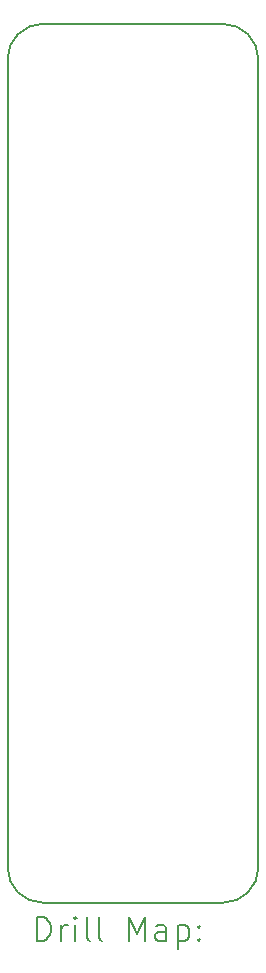
<source format=gbr>
%TF.GenerationSoftware,KiCad,Pcbnew,9.0.7*%
%TF.CreationDate,2026-02-15T22:37:47-05:00*%
%TF.ProjectId,Photon,50686f74-6f6e-42e6-9b69-6361645f7063,1.4*%
%TF.SameCoordinates,Original*%
%TF.FileFunction,Drillmap*%
%TF.FilePolarity,Positive*%
%FSLAX45Y45*%
G04 Gerber Fmt 4.5, Leading zero omitted, Abs format (unit mm)*
G04 Created by KiCad (PCBNEW 9.0.7) date 2026-02-15 22:37:47*
%MOMM*%
%LPD*%
G01*
G04 APERTURE LIST*
%ADD10C,0.200000*%
G04 APERTURE END LIST*
D10*
X3876700Y-9498400D02*
X3876700Y-2656200D01*
X5700700Y-2356200D02*
G75*
G02*
X6000700Y-2656200I0J-300000D01*
G01*
X6000700Y-9498400D02*
G75*
G02*
X5700700Y-9798400I-300000J0D01*
G01*
X4176700Y-2356200D02*
X5700700Y-2356200D01*
X4176700Y-9798400D02*
G75*
G02*
X3876700Y-9498400I0J300000D01*
G01*
X6000700Y-2656200D02*
X6000700Y-9498400D01*
X3876700Y-2656200D02*
G75*
G02*
X4176700Y-2356200I300000J0D01*
G01*
X5700700Y-9798400D02*
X4176700Y-9798400D01*
X4127477Y-10119884D02*
X4127477Y-9919884D01*
X4127477Y-9919884D02*
X4175096Y-9919884D01*
X4175096Y-9919884D02*
X4203667Y-9929408D01*
X4203667Y-9929408D02*
X4222715Y-9948455D01*
X4222715Y-9948455D02*
X4232239Y-9967503D01*
X4232239Y-9967503D02*
X4241763Y-10005598D01*
X4241763Y-10005598D02*
X4241763Y-10034169D01*
X4241763Y-10034169D02*
X4232239Y-10072265D01*
X4232239Y-10072265D02*
X4222715Y-10091312D01*
X4222715Y-10091312D02*
X4203667Y-10110360D01*
X4203667Y-10110360D02*
X4175096Y-10119884D01*
X4175096Y-10119884D02*
X4127477Y-10119884D01*
X4327477Y-10119884D02*
X4327477Y-9986550D01*
X4327477Y-10024646D02*
X4337001Y-10005598D01*
X4337001Y-10005598D02*
X4346524Y-9996074D01*
X4346524Y-9996074D02*
X4365572Y-9986550D01*
X4365572Y-9986550D02*
X4384620Y-9986550D01*
X4451286Y-10119884D02*
X4451286Y-9986550D01*
X4451286Y-9919884D02*
X4441763Y-9929408D01*
X4441763Y-9929408D02*
X4451286Y-9938931D01*
X4451286Y-9938931D02*
X4460810Y-9929408D01*
X4460810Y-9929408D02*
X4451286Y-9919884D01*
X4451286Y-9919884D02*
X4451286Y-9938931D01*
X4575096Y-10119884D02*
X4556048Y-10110360D01*
X4556048Y-10110360D02*
X4546524Y-10091312D01*
X4546524Y-10091312D02*
X4546524Y-9919884D01*
X4679858Y-10119884D02*
X4660810Y-10110360D01*
X4660810Y-10110360D02*
X4651286Y-10091312D01*
X4651286Y-10091312D02*
X4651286Y-9919884D01*
X4908429Y-10119884D02*
X4908429Y-9919884D01*
X4908429Y-9919884D02*
X4975096Y-10062741D01*
X4975096Y-10062741D02*
X5041763Y-9919884D01*
X5041763Y-9919884D02*
X5041763Y-10119884D01*
X5222715Y-10119884D02*
X5222715Y-10015122D01*
X5222715Y-10015122D02*
X5213191Y-9996074D01*
X5213191Y-9996074D02*
X5194144Y-9986550D01*
X5194144Y-9986550D02*
X5156048Y-9986550D01*
X5156048Y-9986550D02*
X5137001Y-9996074D01*
X5222715Y-10110360D02*
X5203667Y-10119884D01*
X5203667Y-10119884D02*
X5156048Y-10119884D01*
X5156048Y-10119884D02*
X5137001Y-10110360D01*
X5137001Y-10110360D02*
X5127477Y-10091312D01*
X5127477Y-10091312D02*
X5127477Y-10072265D01*
X5127477Y-10072265D02*
X5137001Y-10053217D01*
X5137001Y-10053217D02*
X5156048Y-10043693D01*
X5156048Y-10043693D02*
X5203667Y-10043693D01*
X5203667Y-10043693D02*
X5222715Y-10034169D01*
X5317953Y-9986550D02*
X5317953Y-10186550D01*
X5317953Y-9996074D02*
X5337001Y-9986550D01*
X5337001Y-9986550D02*
X5375096Y-9986550D01*
X5375096Y-9986550D02*
X5394144Y-9996074D01*
X5394144Y-9996074D02*
X5403667Y-10005598D01*
X5403667Y-10005598D02*
X5413191Y-10024646D01*
X5413191Y-10024646D02*
X5413191Y-10081788D01*
X5413191Y-10081788D02*
X5403667Y-10100836D01*
X5403667Y-10100836D02*
X5394144Y-10110360D01*
X5394144Y-10110360D02*
X5375096Y-10119884D01*
X5375096Y-10119884D02*
X5337001Y-10119884D01*
X5337001Y-10119884D02*
X5317953Y-10110360D01*
X5498905Y-10100836D02*
X5508429Y-10110360D01*
X5508429Y-10110360D02*
X5498905Y-10119884D01*
X5498905Y-10119884D02*
X5489382Y-10110360D01*
X5489382Y-10110360D02*
X5498905Y-10100836D01*
X5498905Y-10100836D02*
X5498905Y-10119884D01*
X5498905Y-9996074D02*
X5508429Y-10005598D01*
X5508429Y-10005598D02*
X5498905Y-10015122D01*
X5498905Y-10015122D02*
X5489382Y-10005598D01*
X5489382Y-10005598D02*
X5498905Y-9996074D01*
X5498905Y-9996074D02*
X5498905Y-10015122D01*
M02*

</source>
